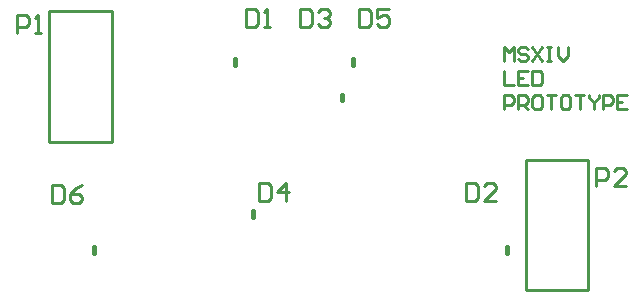
<source format=gto>
G04*
G04 #@! TF.GenerationSoftware,Altium Limited,Altium Designer,19.0.14 (431)*
G04*
G04 Layer_Color=65535*
%FSLAX25Y25*%
%MOIN*%
G70*
G01*
G75*
%ADD10C,0.01575*%
%ADD11C,0.01000*%
D10*
X120079Y91634D02*
Y93504D01*
X80709Y91634D02*
Y93504D01*
X116142Y79724D02*
Y81595D01*
X171260Y28937D02*
Y30807D01*
X86614Y40846D02*
Y42717D01*
X33465Y28937D02*
Y30807D01*
D11*
X198307Y27559D02*
Y60018D01*
X177441Y16418D02*
Y60018D01*
X198307D01*
X177441Y16418D02*
X198307D01*
Y31496D01*
X18748Y66021D02*
Y98480D01*
X39614Y66021D02*
Y109621D01*
X18748Y66021D02*
X39614D01*
X18748Y109621D02*
X39614D01*
X18748Y94543D02*
Y109621D01*
X170291Y92849D02*
Y97572D01*
X171866Y95998D01*
X173440Y97572D01*
Y92849D01*
X178163Y96785D02*
X177376Y97572D01*
X175801D01*
X175014Y96785D01*
Y95998D01*
X175801Y95210D01*
X177376D01*
X178163Y94423D01*
Y93636D01*
X177376Y92849D01*
X175801D01*
X175014Y93636D01*
X179737Y97572D02*
X182886Y92849D01*
Y97572D02*
X179737Y92849D01*
X184460Y97572D02*
X186034D01*
X185247D01*
Y92849D01*
X184460D01*
X186034D01*
X188396Y97572D02*
Y94423D01*
X189970Y92849D01*
X191544Y94423D01*
Y97572D01*
X170291Y89504D02*
Y84781D01*
X173440D01*
X178163Y89504D02*
X175014D01*
Y84781D01*
X178163D01*
X175014Y87143D02*
X176588D01*
X179737Y89504D02*
Y84781D01*
X182098D01*
X182886Y85569D01*
Y88717D01*
X182098Y89504D01*
X179737D01*
X170291Y76714D02*
Y81437D01*
X172653D01*
X173440Y80650D01*
Y79075D01*
X172653Y78288D01*
X170291D01*
X175014Y76714D02*
Y81437D01*
X177376D01*
X178163Y80650D01*
Y79075D01*
X177376Y78288D01*
X175014D01*
X176588D02*
X178163Y76714D01*
X182098Y81437D02*
X180524D01*
X179737Y80650D01*
Y77501D01*
X180524Y76714D01*
X182098D01*
X182886Y77501D01*
Y80650D01*
X182098Y81437D01*
X184460D02*
X187609D01*
X186034D01*
Y76714D01*
X191544Y81437D02*
X189970D01*
X189183Y80650D01*
Y77501D01*
X189970Y76714D01*
X191544D01*
X192331Y77501D01*
Y80650D01*
X191544Y81437D01*
X193906D02*
X197054D01*
X195480D01*
Y76714D01*
X198629Y81437D02*
Y80650D01*
X200203Y79075D01*
X201777Y80650D01*
Y81437D01*
X200203Y79075D02*
Y76714D01*
X203351D02*
Y81437D01*
X205713D01*
X206500Y80650D01*
Y79075D01*
X205713Y78288D01*
X203351D01*
X211223Y81437D02*
X208074D01*
Y76714D01*
X211223D01*
X208074Y79075D02*
X209649D01*
X200787Y51181D02*
Y57179D01*
X203786D01*
X204786Y56179D01*
Y54180D01*
X203786Y53180D01*
X200787D01*
X210784Y51181D02*
X206785D01*
X210784Y55180D01*
Y56179D01*
X209785Y57179D01*
X207785D01*
X206785Y56179D01*
X7874Y102362D02*
Y108360D01*
X10873D01*
X11873Y107361D01*
Y105361D01*
X10873Y104362D01*
X7874D01*
X13872Y102362D02*
X15871D01*
X14872D01*
Y108360D01*
X13872Y107361D01*
X19685Y51667D02*
Y45669D01*
X22684D01*
X23684Y46669D01*
Y50668D01*
X22684Y51667D01*
X19685D01*
X29682D02*
X27683Y50668D01*
X25683Y48668D01*
Y46669D01*
X26683Y45669D01*
X28682D01*
X29682Y46669D01*
Y47669D01*
X28682Y48668D01*
X25683D01*
X88562Y52161D02*
Y46163D01*
X91561D01*
X92560Y47163D01*
Y51161D01*
X91561Y52161D01*
X88562D01*
X97559Y46163D02*
Y52161D01*
X94560Y49162D01*
X98558D01*
X157462Y52161D02*
Y46163D01*
X160461D01*
X161460Y47163D01*
Y51161D01*
X160461Y52161D01*
X157462D01*
X167458Y46163D02*
X163460D01*
X167458Y50162D01*
Y51161D01*
X166459Y52161D01*
X164459D01*
X163460Y51161D01*
X102362Y110329D02*
Y104331D01*
X105361D01*
X106361Y105330D01*
Y109329D01*
X105361Y110329D01*
X102362D01*
X108360Y109329D02*
X109360Y110329D01*
X111359D01*
X112359Y109329D01*
Y108329D01*
X111359Y107330D01*
X110360D01*
X111359D01*
X112359Y106330D01*
Y105330D01*
X111359Y104331D01*
X109360D01*
X108360Y105330D01*
X84253Y110329D02*
Y104331D01*
X87252D01*
X88251Y105330D01*
Y109329D01*
X87252Y110329D01*
X84253D01*
X90251Y104331D02*
X92250D01*
X91250D01*
Y110329D01*
X90251Y109329D01*
X122047Y110329D02*
Y104331D01*
X125046D01*
X126046Y105330D01*
Y109329D01*
X125046Y110329D01*
X122047D01*
X132044D02*
X128045D01*
Y107330D01*
X130045Y108329D01*
X131044D01*
X132044Y107330D01*
Y105330D01*
X131044Y104331D01*
X129045D01*
X128045Y105330D01*
M02*

</source>
